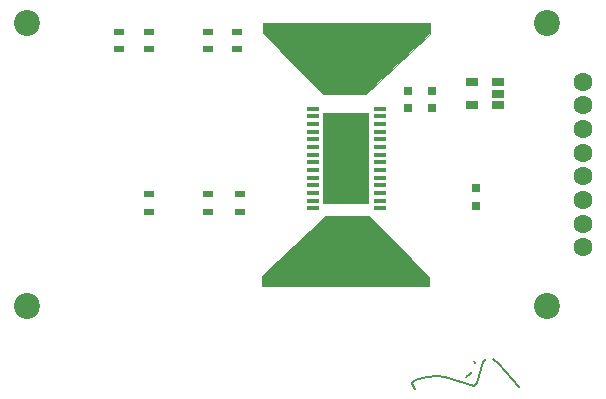
<source format=gbs>
G04 #@! TF.GenerationSoftware,KiCad,Pcbnew,(5.1.9)-1*
G04 #@! TF.CreationDate,2021-02-21T14:12:26-05:00*
G04 #@! TF.ProjectId,Dash_Warning_Panel,44617368-5f57-4617-926e-696e675f5061,rev?*
G04 #@! TF.SameCoordinates,Original*
G04 #@! TF.FileFunction,Soldermask,Bot*
G04 #@! TF.FilePolarity,Negative*
%FSLAX46Y46*%
G04 Gerber Fmt 4.6, Leading zero omitted, Abs format (unit mm)*
G04 Created by KiCad (PCBNEW (5.1.9)-1) date 2021-02-21 14:12:26*
%MOMM*%
%LPD*%
G01*
G04 APERTURE LIST*
%ADD10C,0.150000*%
%ADD11C,0.100000*%
%ADD12C,1.600000*%
%ADD13R,1.100000X0.400000*%
%ADD14R,4.000000X4.000000*%
%ADD15C,2.200000*%
%ADD16R,0.750000X0.800000*%
%ADD17R,0.900000X0.500000*%
%ADD18R,1.060000X0.650000*%
G04 APERTURE END LIST*
D10*
X209900000Y-144800000D02*
X209800000Y-144600000D01*
X209500000Y-145700000D02*
X209600000Y-145600000D01*
X209100000Y-146000000D02*
X209500000Y-145700000D01*
X211900000Y-144900000D02*
X211400000Y-144500000D01*
X209845000Y-146725000D02*
X207345000Y-145975000D01*
X206675000Y-145915000D02*
X205845000Y-145975000D01*
X213600000Y-146800000D02*
X211900000Y-144900000D01*
X205845000Y-145975000D02*
X204845000Y-146225000D01*
X207345000Y-145975000D02*
X206675000Y-145915000D01*
X210800000Y-144500000D02*
X210595000Y-144725000D01*
X210595000Y-144725000D02*
X210095000Y-146475000D01*
X210095000Y-146475000D02*
X209845000Y-146725000D01*
X204635000Y-146735000D02*
X204845000Y-146975000D01*
X204845000Y-146225000D02*
X204595000Y-146475000D01*
X204595000Y-146475000D02*
X204635000Y-146735000D01*
D11*
G36*
X206050000Y-116950000D02*
G01*
X200700000Y-122000000D01*
X197000000Y-122000000D01*
X191950000Y-116850000D01*
X191950000Y-116050000D01*
X206050000Y-116050000D01*
X206050000Y-116950000D01*
G37*
X206050000Y-116950000D02*
X200700000Y-122000000D01*
X197000000Y-122000000D01*
X191950000Y-116850000D01*
X191950000Y-116050000D01*
X206050000Y-116050000D01*
X206050000Y-116950000D01*
G36*
X206000000Y-137500000D02*
G01*
X206000000Y-138300000D01*
X191900000Y-138300000D01*
X191900000Y-137400000D01*
X197250000Y-132350000D01*
X200950000Y-132350000D01*
X206000000Y-137500000D01*
G37*
X206000000Y-137500000D02*
X206000000Y-138300000D01*
X191900000Y-138300000D01*
X191900000Y-137400000D01*
X197250000Y-132350000D01*
X200950000Y-132350000D01*
X206000000Y-137500000D01*
D12*
X219000000Y-121000000D03*
X219000000Y-123000000D03*
X219000000Y-125000000D03*
X219000000Y-127000000D03*
X219000000Y-129000000D03*
X219000000Y-131000000D03*
X219000000Y-133000000D03*
X219000000Y-135000000D03*
D13*
X196150000Y-123275000D03*
X196150000Y-123925000D03*
X196150000Y-124575000D03*
X196150000Y-125225000D03*
X196150000Y-125875000D03*
X196150000Y-126525000D03*
X196150000Y-127175000D03*
X196150000Y-127825000D03*
X196150000Y-128475000D03*
X196150000Y-129125000D03*
X196150000Y-129775000D03*
X196150000Y-130425000D03*
X196150000Y-131075000D03*
X196150000Y-131725000D03*
X201850000Y-131725000D03*
X201850000Y-131075000D03*
X201850000Y-130425000D03*
X201850000Y-129775000D03*
X201850000Y-129125000D03*
X201850000Y-128475000D03*
X201850000Y-127825000D03*
X201850000Y-127175000D03*
X201850000Y-126525000D03*
X201850000Y-125875000D03*
X201850000Y-125225000D03*
X201850000Y-124575000D03*
X201850000Y-123925000D03*
X201850000Y-123275000D03*
D14*
X199000000Y-125595000D03*
X199000000Y-129405000D03*
D15*
X216000000Y-116000000D03*
X172000000Y-116000000D03*
X216000000Y-140000000D03*
X172000000Y-140000000D03*
D16*
X210000000Y-131500000D03*
X210000000Y-130000000D03*
X206250000Y-121750000D03*
X206250000Y-123250000D03*
X204250000Y-123250000D03*
X204250000Y-121750000D03*
D17*
X182250000Y-118250000D03*
X182250000Y-116750000D03*
X179750000Y-118250000D03*
X179750000Y-116750000D03*
X182250000Y-130500000D03*
X182250000Y-132000000D03*
X187250000Y-132000000D03*
X187250000Y-130500000D03*
X190000000Y-130500000D03*
X190000000Y-132000000D03*
X187250000Y-118250000D03*
X187250000Y-116750000D03*
X189750000Y-116750000D03*
X189750000Y-118250000D03*
D18*
X209650000Y-121050000D03*
X209650000Y-122950000D03*
X211850000Y-122950000D03*
X211850000Y-122000000D03*
X211850000Y-121050000D03*
M02*

</source>
